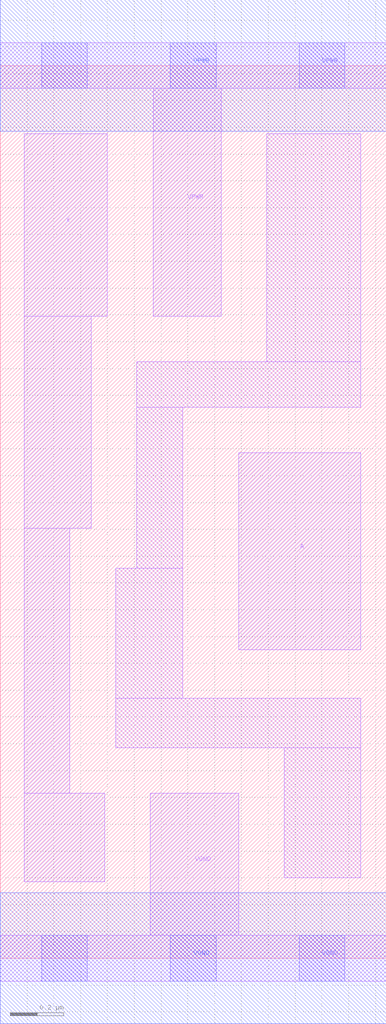
<source format=lef>
# Copyright 2020 The SkyWater PDK Authors
#
# Licensed under the Apache License, Version 2.0 (the "License");
# you may not use this file except in compliance with the License.
# You may obtain a copy of the License at
#
#     https://www.apache.org/licenses/LICENSE-2.0
#
# Unless required by applicable law or agreed to in writing, software
# distributed under the License is distributed on an "AS IS" BASIS,
# WITHOUT WARRANTIES OR CONDITIONS OF ANY KIND, either express or implied.
# See the License for the specific language governing permissions and
# limitations under the License.
#
# SPDX-License-Identifier: Apache-2.0

VERSION 5.7 ;
  NAMESCASESENSITIVE ON ;
  NOWIREEXTENSIONATPIN ON ;
  DIVIDERCHAR "/" ;
  BUSBITCHARS "[]" ;
UNITS
  DATABASE MICRONS 200 ;
END UNITS
MACRO sky130_fd_sc_lp__buf_0
  CLASS CORE ;
  SOURCE USER ;
  FOREIGN sky130_fd_sc_lp__buf_0 ;
  ORIGIN  0.000000  0.000000 ;
  SIZE  1.440000 BY  3.330000 ;
  SYMMETRY X Y R90 ;
  SITE unit ;
  PIN A
    ANTENNAGATEAREA  0.126000 ;
    DIRECTION INPUT ;
    USE SIGNAL ;
    PORT
      LAYER li1 ;
        RECT 0.890000 1.150000 1.345000 1.885000 ;
    END
  END A
  PIN X
    ANTENNADIFFAREA  0.280900 ;
    DIRECTION OUTPUT ;
    USE SIGNAL ;
    PORT
      LAYER li1 ;
        RECT 0.090000 0.285000 0.390000 0.615000 ;
        RECT 0.090000 0.615000 0.260000 1.605000 ;
        RECT 0.090000 1.605000 0.340000 2.395000 ;
        RECT 0.090000 2.395000 0.400000 3.075000 ;
    END
  END X
  PIN VGND
    DIRECTION INOUT ;
    USE GROUND ;
    PORT
      LAYER li1 ;
        RECT 0.000000 -0.085000 1.440000 0.085000 ;
        RECT 0.560000  0.085000 0.890000 0.615000 ;
      LAYER mcon ;
        RECT 0.155000 -0.085000 0.325000 0.085000 ;
        RECT 0.635000 -0.085000 0.805000 0.085000 ;
        RECT 1.115000 -0.085000 1.285000 0.085000 ;
      LAYER met1 ;
        RECT 0.000000 -0.245000 1.440000 0.245000 ;
    END
  END VGND
  PIN VPWR
    DIRECTION INOUT ;
    USE POWER ;
    PORT
      LAYER li1 ;
        RECT 0.000000 3.245000 1.440000 3.415000 ;
        RECT 0.570000 2.395000 0.825000 3.245000 ;
      LAYER mcon ;
        RECT 0.155000 3.245000 0.325000 3.415000 ;
        RECT 0.635000 3.245000 0.805000 3.415000 ;
        RECT 1.115000 3.245000 1.285000 3.415000 ;
      LAYER met1 ;
        RECT 0.000000 3.085000 1.440000 3.575000 ;
    END
  END VPWR
  OBS
    LAYER li1 ;
      RECT 0.430000 0.785000 1.345000 0.970000 ;
      RECT 0.430000 0.970000 0.680000 1.455000 ;
      RECT 0.510000 1.455000 0.680000 2.055000 ;
      RECT 0.510000 2.055000 1.345000 2.225000 ;
      RECT 0.995000 2.225000 1.345000 3.075000 ;
      RECT 1.060000 0.300000 1.345000 0.785000 ;
  END
END sky130_fd_sc_lp__buf_0

</source>
